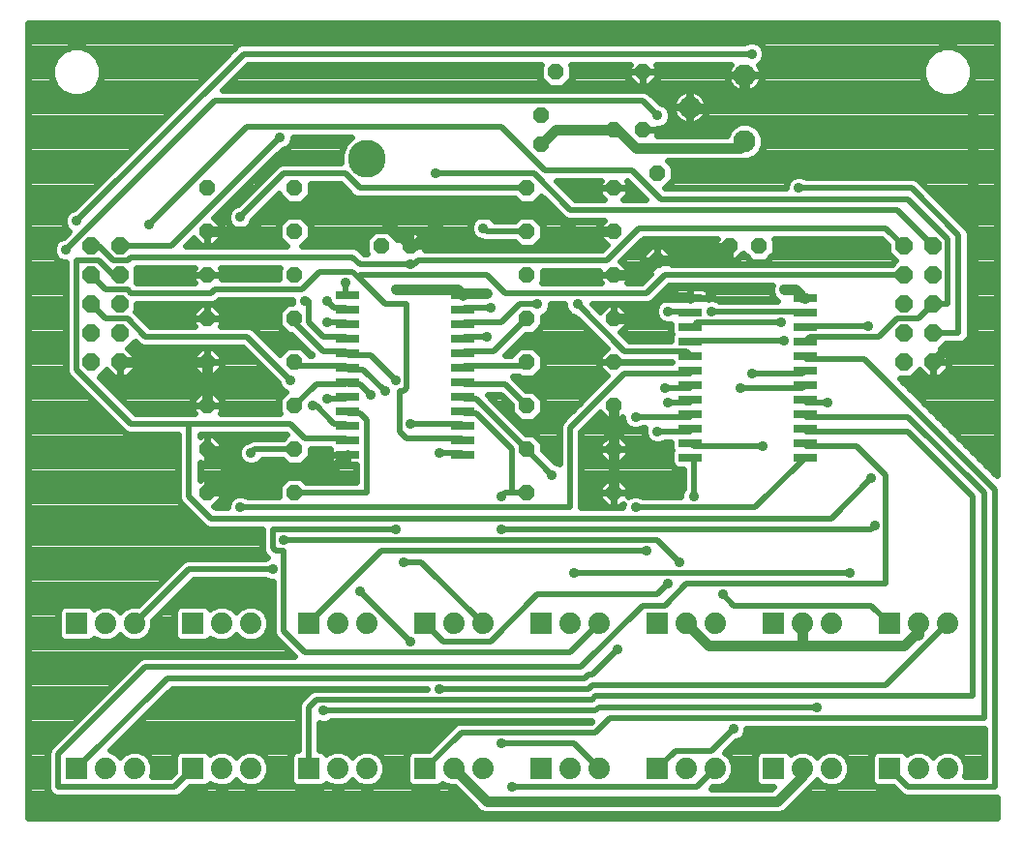
<source format=gtl>
G75*
%MOIN*%
%OFA0B0*%
%FSLAX25Y25*%
%IPPOS*%
%LPD*%
%AMOC8*
5,1,8,0,0,1.08239X$1,22.5*
%
%ADD10C,0.13000*%
%ADD11OC8,0.06000*%
%ADD12OC8,0.05600*%
%ADD13R,0.07400X0.07400*%
%ADD14C,0.07400*%
%ADD15C,0.07677*%
%ADD16R,0.08000X0.02600*%
%ADD17C,0.03500*%
%ADD18C,0.03500*%
%ADD19C,0.02400*%
%ADD20C,0.02000*%
D10*
X0122200Y0241000D03*
D11*
X0037200Y0211000D03*
X0037200Y0201000D03*
X0037200Y0191000D03*
X0037200Y0181000D03*
X0027200Y0181000D03*
X0027200Y0191000D03*
X0027200Y0201000D03*
X0027200Y0211000D03*
X0027200Y0171000D03*
X0037200Y0171000D03*
X0307200Y0171000D03*
X0317200Y0171000D03*
X0317200Y0181000D03*
X0317200Y0191000D03*
X0317200Y0201000D03*
X0317200Y0211000D03*
X0307200Y0211000D03*
X0307200Y0201000D03*
X0307200Y0191000D03*
X0307200Y0181000D03*
D12*
X0257200Y0211000D03*
X0247200Y0211000D03*
X0222200Y0206000D03*
X0207200Y0201000D03*
X0207200Y0186000D03*
X0207200Y0171000D03*
X0207200Y0156000D03*
X0207200Y0141000D03*
X0207200Y0126000D03*
X0177200Y0126000D03*
X0177200Y0141000D03*
X0177200Y0156000D03*
X0177200Y0171000D03*
X0177200Y0186000D03*
X0177200Y0201000D03*
X0177200Y0216000D03*
X0177200Y0231000D03*
X0182200Y0246000D03*
X0182200Y0256000D03*
X0187200Y0271000D03*
X0207200Y0251000D03*
X0217200Y0251000D03*
X0222200Y0236000D03*
X0207200Y0231000D03*
X0207200Y0216000D03*
X0217200Y0271000D03*
X0137200Y0211000D03*
X0127200Y0211000D03*
X0097200Y0216000D03*
X0097200Y0201000D03*
X0097200Y0186000D03*
X0097200Y0171000D03*
X0097200Y0156000D03*
X0097200Y0141000D03*
X0097200Y0126000D03*
X0067200Y0126000D03*
X0067200Y0141000D03*
X0067200Y0156000D03*
X0067200Y0171000D03*
X0067200Y0186000D03*
X0067200Y0201000D03*
X0067200Y0216000D03*
X0067200Y0231000D03*
X0097200Y0231000D03*
D13*
X0102200Y0081000D03*
X0062200Y0081000D03*
X0022200Y0081000D03*
X0022200Y0031000D03*
X0062200Y0031000D03*
X0102200Y0031000D03*
X0142200Y0031000D03*
X0182200Y0031000D03*
X0222200Y0031000D03*
X0262200Y0031000D03*
X0302200Y0031000D03*
X0302200Y0081000D03*
X0262200Y0081000D03*
X0222200Y0081000D03*
X0182200Y0081000D03*
X0142200Y0081000D03*
D14*
X0152200Y0081000D03*
X0162200Y0081000D03*
X0192200Y0081000D03*
X0202200Y0081000D03*
X0232200Y0081000D03*
X0242200Y0081000D03*
X0272200Y0081000D03*
X0282200Y0081000D03*
X0312200Y0081000D03*
X0322200Y0081000D03*
X0322200Y0031000D03*
X0312200Y0031000D03*
X0282200Y0031000D03*
X0272200Y0031000D03*
X0242200Y0031000D03*
X0232200Y0031000D03*
X0202200Y0031000D03*
X0192200Y0031000D03*
X0162200Y0031000D03*
X0152200Y0031000D03*
X0122200Y0031000D03*
X0112200Y0031000D03*
X0082200Y0031000D03*
X0072200Y0031000D03*
X0042200Y0031000D03*
X0032200Y0031000D03*
X0032200Y0081000D03*
X0042200Y0081000D03*
X0072200Y0081000D03*
X0082200Y0081000D03*
X0112200Y0081000D03*
X0122200Y0081000D03*
D15*
X0252200Y0247063D03*
X0233302Y0258874D03*
X0252200Y0269898D03*
D16*
X0233620Y0193185D03*
X0233620Y0188185D03*
X0233620Y0183185D03*
X0233620Y0178185D03*
X0233620Y0173185D03*
X0233620Y0168185D03*
X0233620Y0163185D03*
X0233620Y0158185D03*
X0233620Y0153185D03*
X0233620Y0148185D03*
X0233620Y0143185D03*
X0233620Y0138185D03*
X0273220Y0138185D03*
X0273220Y0143185D03*
X0273220Y0148185D03*
X0273220Y0153185D03*
X0273220Y0158185D03*
X0273220Y0163185D03*
X0273220Y0168185D03*
X0273220Y0173185D03*
X0273220Y0178185D03*
X0273220Y0183185D03*
X0273220Y0188185D03*
X0273220Y0193185D03*
X0155110Y0194130D03*
X0155110Y0189130D03*
X0155110Y0184130D03*
X0155110Y0179130D03*
X0155110Y0174130D03*
X0155110Y0169130D03*
X0155110Y0164130D03*
X0155110Y0159130D03*
X0155110Y0154130D03*
X0155110Y0149130D03*
X0155110Y0144130D03*
X0155110Y0139130D03*
X0115510Y0139130D03*
X0115510Y0144130D03*
X0115510Y0149130D03*
X0115510Y0154130D03*
X0115510Y0159130D03*
X0115510Y0164130D03*
X0115510Y0169130D03*
X0115510Y0174130D03*
X0115510Y0179130D03*
X0115510Y0184130D03*
X0115510Y0189130D03*
X0115510Y0194130D03*
D17*
X0132200Y0196000D02*
X0153450Y0196000D01*
X0154700Y0194750D01*
X0155110Y0194130D01*
X0155950Y0194750D01*
X0163450Y0194750D01*
X0138450Y0211000D02*
X0137200Y0211000D01*
X0125950Y0222250D01*
X0087200Y0222250D01*
X0080950Y0216000D01*
X0067200Y0216000D01*
X0067200Y0171000D02*
X0037200Y0171000D01*
X0067200Y0171000D02*
X0067200Y0156000D01*
X0067200Y0141000D02*
X0073450Y0134750D01*
X0074700Y0134750D01*
X0074700Y0133500D01*
X0067200Y0126000D01*
X0074700Y0134750D02*
X0110950Y0134750D01*
X0114700Y0138500D01*
X0115510Y0139130D01*
X0138450Y0211000D02*
X0149700Y0222250D01*
X0187200Y0222250D01*
X0193450Y0216000D01*
X0207200Y0216000D01*
X0222200Y0206000D02*
X0242200Y0206000D01*
X0247200Y0211000D01*
X0233450Y0193500D02*
X0233620Y0193185D01*
X0233450Y0193500D02*
X0223450Y0193500D01*
X0215950Y0186000D01*
X0207200Y0186000D01*
X0207200Y0201000D02*
X0217200Y0201000D01*
X0222200Y0206000D01*
X0214700Y0244750D02*
X0250950Y0244750D01*
X0252200Y0246000D01*
X0252200Y0247063D01*
X0252200Y0258500D02*
X0252200Y0269898D01*
X0252200Y0258500D02*
X0330950Y0258500D01*
X0330950Y0179750D01*
X0327200Y0176000D01*
X0322200Y0176000D01*
X0317200Y0171000D01*
X0273220Y0193185D02*
X0272200Y0193500D01*
X0269700Y0196000D01*
X0265950Y0196000D01*
X0214700Y0244750D02*
X0208450Y0251000D01*
X0207200Y0251000D01*
X0187200Y0251000D01*
X0182200Y0246000D01*
X0233302Y0258874D02*
X0233450Y0258500D01*
X0252200Y0258500D01*
X0207200Y0156000D02*
X0207200Y0141000D01*
X0207200Y0126000D01*
X0232200Y0081000D02*
X0239700Y0073500D01*
X0272200Y0073500D01*
X0307200Y0073500D01*
X0310950Y0077250D01*
X0312200Y0077250D01*
X0312200Y0081000D01*
X0272200Y0081000D02*
X0272200Y0073500D01*
X0272200Y0031000D02*
X0272200Y0028500D01*
X0263450Y0019750D01*
X0163450Y0019750D01*
X0152200Y0031000D01*
D18*
X0168450Y0039750D03*
X0172200Y0024750D03*
X0147200Y0058500D03*
X0137200Y0074750D03*
X0119700Y0092250D03*
X0134700Y0102250D03*
X0132200Y0113500D03*
X0147200Y0139750D03*
X0137200Y0149750D03*
X0128450Y0161000D03*
X0132200Y0164750D03*
X0123450Y0159750D03*
X0108450Y0158500D03*
X0103450Y0156000D03*
X0095950Y0164750D03*
X0108450Y0184750D03*
X0108450Y0192250D03*
X0100950Y0192250D03*
X0114700Y0198500D03*
X0132200Y0196000D03*
X0137200Y0204750D03*
X0162200Y0217250D03*
X0163450Y0194750D03*
X0164700Y0189750D03*
X0163450Y0179750D03*
X0180950Y0191000D03*
X0194700Y0191000D03*
X0225950Y0188500D03*
X0240950Y0188500D03*
X0264700Y0184750D03*
X0265950Y0178500D03*
X0254700Y0167250D03*
X0250950Y0162250D03*
X0258450Y0142250D03*
X0280950Y0157250D03*
X0294700Y0183500D03*
X0265950Y0196000D03*
X0270950Y0231000D03*
X0222200Y0256000D03*
X0254700Y0277250D03*
X0145950Y0236000D03*
X0092200Y0248500D03*
X0078450Y0221000D03*
X0047200Y0218500D03*
X0022200Y0219750D03*
X0018450Y0209750D03*
X0082200Y0139750D03*
X0078450Y0121000D03*
X0093450Y0109750D03*
X0089700Y0099750D03*
X0107200Y0051000D03*
X0168450Y0113500D03*
X0168450Y0124750D03*
X0185950Y0132250D03*
X0214700Y0121000D03*
X0218450Y0106000D03*
X0229700Y0102250D03*
X0225950Y0094750D03*
X0244700Y0091000D03*
X0234700Y0124750D03*
X0222200Y0147250D03*
X0214700Y0152250D03*
X0225950Y0157250D03*
X0224700Y0162250D03*
X0295950Y0131000D03*
X0297200Y0114750D03*
X0288450Y0098500D03*
X0277200Y0052250D03*
X0248450Y0044750D03*
X0208450Y0072250D03*
X0193450Y0098500D03*
D19*
X0005400Y0014200D02*
X0005400Y0287800D01*
X0339000Y0287800D01*
X0339000Y0131933D01*
X0305633Y0165300D01*
X0309561Y0165300D01*
X0312554Y0168293D01*
X0315046Y0165800D01*
X0317200Y0165800D01*
X0319354Y0165800D01*
X0322400Y0168846D01*
X0322400Y0171000D01*
X0322400Y0173154D01*
X0319907Y0175646D01*
X0321561Y0177300D01*
X0326686Y0177300D01*
X0328046Y0177863D01*
X0329087Y0178904D01*
X0329650Y0180264D01*
X0329650Y0215486D01*
X0329087Y0216846D01*
X0328046Y0217887D01*
X0311796Y0234137D01*
X0310436Y0234700D01*
X0273543Y0234700D01*
X0273471Y0234773D01*
X0271835Y0235450D01*
X0270065Y0235450D01*
X0268429Y0234773D01*
X0267177Y0233521D01*
X0266500Y0231885D01*
X0266500Y0230950D01*
X0224983Y0230950D01*
X0224955Y0230977D01*
X0227700Y0233722D01*
X0227700Y0238278D01*
X0225678Y0240300D01*
X0251835Y0240300D01*
X0252377Y0240524D01*
X0253501Y0240524D01*
X0255904Y0241520D01*
X0257743Y0243359D01*
X0258739Y0245762D01*
X0258739Y0248364D01*
X0257743Y0250767D01*
X0255904Y0252606D01*
X0253501Y0253602D01*
X0250899Y0253602D01*
X0248496Y0252606D01*
X0246657Y0250767D01*
X0246008Y0249200D01*
X0222200Y0249200D01*
X0222200Y0251000D01*
X0222200Y0251550D01*
X0223085Y0251550D01*
X0224721Y0252227D01*
X0225973Y0253479D01*
X0226650Y0255115D01*
X0226650Y0256885D01*
X0225973Y0258521D01*
X0224721Y0259773D01*
X0223085Y0260450D01*
X0222983Y0260450D01*
X0220337Y0263096D01*
X0219296Y0264137D01*
X0217936Y0264700D01*
X0072383Y0264700D01*
X0081233Y0273550D01*
X0181972Y0273550D01*
X0181700Y0273278D01*
X0181700Y0268722D01*
X0184922Y0265500D01*
X0189478Y0265500D01*
X0192700Y0268722D01*
X0192700Y0273278D01*
X0192428Y0273550D01*
X0212679Y0273550D01*
X0212200Y0273071D01*
X0212200Y0271000D01*
X0217200Y0271000D01*
X0222200Y0271000D01*
X0222200Y0273071D01*
X0221721Y0273550D01*
X0247390Y0273550D01*
X0247035Y0273063D01*
X0246604Y0272216D01*
X0246310Y0271312D01*
X0246161Y0270373D01*
X0246161Y0269977D01*
X0252120Y0269977D01*
X0252120Y0269818D01*
X0246161Y0269818D01*
X0246161Y0269422D01*
X0246310Y0268484D01*
X0246604Y0267580D01*
X0247035Y0266733D01*
X0247594Y0265964D01*
X0248266Y0265292D01*
X0249035Y0264733D01*
X0249882Y0264301D01*
X0250786Y0264008D01*
X0251725Y0263859D01*
X0252120Y0263859D01*
X0252120Y0269818D01*
X0252280Y0269818D01*
X0252280Y0269977D01*
X0258239Y0269977D01*
X0258239Y0270373D01*
X0258090Y0271312D01*
X0257796Y0272216D01*
X0257365Y0273063D01*
X0257100Y0273427D01*
X0257221Y0273477D01*
X0258473Y0274729D01*
X0259150Y0276365D01*
X0259150Y0278135D01*
X0258473Y0279771D01*
X0257221Y0281023D01*
X0255585Y0281700D01*
X0253815Y0281700D01*
X0252179Y0281023D01*
X0252107Y0280950D01*
X0078964Y0280950D01*
X0077604Y0280387D01*
X0076563Y0279346D01*
X0021417Y0224200D01*
X0021315Y0224200D01*
X0019679Y0223523D01*
X0018427Y0222271D01*
X0017750Y0220635D01*
X0017750Y0218865D01*
X0018427Y0217229D01*
X0019562Y0216095D01*
X0017667Y0214200D01*
X0017565Y0214200D01*
X0015929Y0213523D01*
X0014677Y0212271D01*
X0014000Y0210635D01*
X0014000Y0208865D01*
X0014677Y0207229D01*
X0015929Y0205977D01*
X0017565Y0205300D01*
X0018500Y0205300D01*
X0018500Y0167764D01*
X0019063Y0166404D01*
X0020104Y0165363D01*
X0038854Y0146613D01*
X0040214Y0146050D01*
X0057250Y0146050D01*
X0057250Y0124014D01*
X0057813Y0122654D01*
X0058854Y0121613D01*
X0066354Y0114113D01*
X0067714Y0113550D01*
X0086000Y0113550D01*
X0086000Y0106514D01*
X0086563Y0105154D01*
X0087604Y0104113D01*
X0087897Y0103820D01*
X0087179Y0103523D01*
X0087107Y0103450D01*
X0060214Y0103450D01*
X0058854Y0102887D01*
X0057813Y0101846D01*
X0043367Y0087400D01*
X0040927Y0087400D01*
X0038575Y0086426D01*
X0037200Y0085051D01*
X0035825Y0086426D01*
X0033473Y0087400D01*
X0030927Y0087400D01*
X0028575Y0086426D01*
X0028244Y0086095D01*
X0028189Y0086229D01*
X0027429Y0086989D01*
X0026437Y0087400D01*
X0017963Y0087400D01*
X0016971Y0086989D01*
X0016211Y0086229D01*
X0015800Y0085237D01*
X0015800Y0076763D01*
X0016211Y0075771D01*
X0016971Y0075011D01*
X0017963Y0074600D01*
X0026437Y0074600D01*
X0027429Y0075011D01*
X0028189Y0075771D01*
X0028244Y0075905D01*
X0028575Y0075574D01*
X0030927Y0074600D01*
X0033473Y0074600D01*
X0035825Y0075574D01*
X0037200Y0076949D01*
X0038575Y0075574D01*
X0040927Y0074600D01*
X0043473Y0074600D01*
X0045825Y0075574D01*
X0047626Y0077375D01*
X0048600Y0079727D01*
X0048600Y0082167D01*
X0062483Y0096050D01*
X0087107Y0096050D01*
X0087179Y0095977D01*
X0088815Y0095300D01*
X0089750Y0095300D01*
X0089750Y0077764D01*
X0090313Y0076404D01*
X0091354Y0075363D01*
X0091354Y0075363D01*
X0097017Y0069700D01*
X0045214Y0069700D01*
X0043854Y0069137D01*
X0013854Y0039137D01*
X0012813Y0038096D01*
X0012250Y0036736D01*
X0012250Y0024014D01*
X0012813Y0022654D01*
X0013854Y0021613D01*
X0015214Y0021050D01*
X0056686Y0021050D01*
X0058046Y0021613D01*
X0061033Y0024600D01*
X0066437Y0024600D01*
X0067429Y0025011D01*
X0068189Y0025771D01*
X0068244Y0025905D01*
X0068575Y0025574D01*
X0070927Y0024600D01*
X0073473Y0024600D01*
X0075825Y0025574D01*
X0077200Y0026949D01*
X0078575Y0025574D01*
X0080927Y0024600D01*
X0083473Y0024600D01*
X0085825Y0025574D01*
X0087626Y0027375D01*
X0088600Y0029727D01*
X0088600Y0032273D01*
X0087626Y0034625D01*
X0085825Y0036426D01*
X0083473Y0037400D01*
X0080927Y0037400D01*
X0078575Y0036426D01*
X0077200Y0035051D01*
X0075825Y0036426D01*
X0073473Y0037400D01*
X0070927Y0037400D01*
X0068575Y0036426D01*
X0068244Y0036095D01*
X0068189Y0036229D01*
X0067429Y0036989D01*
X0066437Y0037400D01*
X0057963Y0037400D01*
X0056971Y0036989D01*
X0056211Y0036229D01*
X0055800Y0035237D01*
X0055800Y0029833D01*
X0054417Y0028450D01*
X0048071Y0028450D01*
X0048600Y0029727D01*
X0048600Y0032273D01*
X0047626Y0034625D01*
X0045825Y0036426D01*
X0043473Y0037400D01*
X0040927Y0037400D01*
X0038575Y0036426D01*
X0037200Y0035051D01*
X0035825Y0036426D01*
X0033727Y0037295D01*
X0054983Y0058550D01*
X0142750Y0058550D01*
X0142750Y0058450D01*
X0103964Y0058450D01*
X0102604Y0057887D01*
X0100104Y0055387D01*
X0099063Y0054346D01*
X0098500Y0052986D01*
X0098500Y0037400D01*
X0097963Y0037400D01*
X0096971Y0036989D01*
X0096211Y0036229D01*
X0095800Y0035237D01*
X0095800Y0026763D01*
X0096211Y0025771D01*
X0096971Y0025011D01*
X0097963Y0024600D01*
X0106437Y0024600D01*
X0107429Y0025011D01*
X0108189Y0025771D01*
X0108244Y0025905D01*
X0108575Y0025574D01*
X0110927Y0024600D01*
X0113473Y0024600D01*
X0115825Y0025574D01*
X0117200Y0026949D01*
X0118575Y0025574D01*
X0120927Y0024600D01*
X0123473Y0024600D01*
X0125825Y0025574D01*
X0127626Y0027375D01*
X0128600Y0029727D01*
X0128600Y0032273D01*
X0127626Y0034625D01*
X0125825Y0036426D01*
X0123473Y0037400D01*
X0120927Y0037400D01*
X0118575Y0036426D01*
X0117200Y0035051D01*
X0115825Y0036426D01*
X0113473Y0037400D01*
X0110927Y0037400D01*
X0108575Y0036426D01*
X0108244Y0036095D01*
X0108189Y0036229D01*
X0107429Y0036989D01*
X0106437Y0037400D01*
X0105900Y0037400D01*
X0105900Y0046722D01*
X0106315Y0046550D01*
X0108085Y0046550D01*
X0109721Y0047227D01*
X0109793Y0047300D01*
X0199517Y0047300D01*
X0199417Y0047200D01*
X0153964Y0047200D01*
X0152604Y0046637D01*
X0143367Y0037400D01*
X0137963Y0037400D01*
X0136971Y0036989D01*
X0136211Y0036229D01*
X0135800Y0035237D01*
X0135800Y0026763D01*
X0136211Y0025771D01*
X0136971Y0025011D01*
X0137963Y0024600D01*
X0146437Y0024600D01*
X0147429Y0025011D01*
X0148189Y0025771D01*
X0148244Y0025905D01*
X0148575Y0025574D01*
X0150927Y0024600D01*
X0152307Y0024600D01*
X0159677Y0017229D01*
X0160929Y0015977D01*
X0162565Y0015300D01*
X0264335Y0015300D01*
X0265971Y0015977D01*
X0274721Y0024727D01*
X0275385Y0025392D01*
X0275825Y0025574D01*
X0277200Y0026949D01*
X0278575Y0025574D01*
X0280927Y0024600D01*
X0283473Y0024600D01*
X0285825Y0025574D01*
X0287626Y0027375D01*
X0288600Y0029727D01*
X0288600Y0032273D01*
X0287626Y0034625D01*
X0285825Y0036426D01*
X0283473Y0037400D01*
X0280927Y0037400D01*
X0278575Y0036426D01*
X0277200Y0035051D01*
X0275825Y0036426D01*
X0273473Y0037400D01*
X0270927Y0037400D01*
X0268575Y0036426D01*
X0268244Y0036095D01*
X0268189Y0036229D01*
X0267429Y0036989D01*
X0266437Y0037400D01*
X0257963Y0037400D01*
X0256971Y0036989D01*
X0256211Y0036229D01*
X0255800Y0035237D01*
X0255800Y0026763D01*
X0256211Y0025771D01*
X0256971Y0025011D01*
X0257963Y0024600D01*
X0262007Y0024600D01*
X0261607Y0024200D01*
X0240633Y0024200D01*
X0241033Y0024600D01*
X0243473Y0024600D01*
X0245825Y0025574D01*
X0247626Y0027375D01*
X0248600Y0029727D01*
X0248600Y0032273D01*
X0247626Y0034625D01*
X0245825Y0036426D01*
X0245495Y0036562D01*
X0249233Y0040300D01*
X0249335Y0040300D01*
X0250971Y0040977D01*
X0252223Y0042229D01*
X0252900Y0043865D01*
X0252900Y0044800D01*
X0334750Y0044800D01*
X0334750Y0028450D01*
X0328071Y0028450D01*
X0328600Y0029727D01*
X0328600Y0032273D01*
X0327626Y0034625D01*
X0325825Y0036426D01*
X0323473Y0037400D01*
X0320927Y0037400D01*
X0318575Y0036426D01*
X0317200Y0035051D01*
X0315825Y0036426D01*
X0313473Y0037400D01*
X0310927Y0037400D01*
X0308575Y0036426D01*
X0308244Y0036095D01*
X0308189Y0036229D01*
X0307429Y0036989D01*
X0306437Y0037400D01*
X0297963Y0037400D01*
X0296971Y0036989D01*
X0296211Y0036229D01*
X0295800Y0035237D01*
X0295800Y0026763D01*
X0296211Y0025771D01*
X0296971Y0025011D01*
X0297963Y0024600D01*
X0303367Y0024600D01*
X0306354Y0021613D01*
X0307714Y0021050D01*
X0339000Y0021050D01*
X0339000Y0014200D01*
X0005400Y0014200D01*
X0005400Y0015391D02*
X0162345Y0015391D01*
X0159117Y0017790D02*
X0005400Y0017790D01*
X0005400Y0020188D02*
X0156719Y0020188D01*
X0154320Y0022587D02*
X0059019Y0022587D01*
X0055750Y0029782D02*
X0048600Y0029782D01*
X0048600Y0032181D02*
X0055800Y0032181D01*
X0055800Y0034579D02*
X0047645Y0034579D01*
X0044493Y0036978D02*
X0056959Y0036978D01*
X0067441Y0036978D02*
X0069907Y0036978D01*
X0074493Y0036978D02*
X0079907Y0036978D01*
X0084493Y0036978D02*
X0096959Y0036978D01*
X0095800Y0034579D02*
X0087645Y0034579D01*
X0088600Y0032181D02*
X0095800Y0032181D01*
X0095800Y0029782D02*
X0088600Y0029782D01*
X0087629Y0027384D02*
X0095800Y0027384D01*
X0097033Y0024985D02*
X0084403Y0024985D01*
X0079997Y0024985D02*
X0074403Y0024985D01*
X0069997Y0024985D02*
X0067367Y0024985D01*
X0043004Y0046572D02*
X0098500Y0046572D01*
X0098500Y0048970D02*
X0045403Y0048970D01*
X0047801Y0051369D02*
X0098500Y0051369D01*
X0098824Y0053767D02*
X0050200Y0053767D01*
X0052598Y0056166D02*
X0100883Y0056166D01*
X0105900Y0046572D02*
X0106262Y0046572D01*
X0108138Y0046572D02*
X0152539Y0046572D01*
X0150141Y0044173D02*
X0105900Y0044173D01*
X0105900Y0041775D02*
X0147742Y0041775D01*
X0145344Y0039376D02*
X0105900Y0039376D01*
X0107441Y0036978D02*
X0109907Y0036978D01*
X0114493Y0036978D02*
X0119907Y0036978D01*
X0124493Y0036978D02*
X0136959Y0036978D01*
X0135800Y0034579D02*
X0127645Y0034579D01*
X0128600Y0032181D02*
X0135800Y0032181D01*
X0135800Y0029782D02*
X0128600Y0029782D01*
X0127629Y0027384D02*
X0135800Y0027384D01*
X0137033Y0024985D02*
X0124403Y0024985D01*
X0119997Y0024985D02*
X0114403Y0024985D01*
X0109997Y0024985D02*
X0107367Y0024985D01*
X0098500Y0039376D02*
X0035809Y0039376D01*
X0034493Y0036978D02*
X0039907Y0036978D01*
X0038207Y0041775D02*
X0098500Y0041775D01*
X0098500Y0044173D02*
X0040606Y0044173D01*
X0028485Y0053767D02*
X0005400Y0053767D01*
X0005400Y0051369D02*
X0026086Y0051369D01*
X0023688Y0048970D02*
X0005400Y0048970D01*
X0005400Y0046572D02*
X0021289Y0046572D01*
X0018891Y0044173D02*
X0005400Y0044173D01*
X0005400Y0041775D02*
X0016492Y0041775D01*
X0014094Y0039376D02*
X0005400Y0039376D01*
X0005400Y0036978D02*
X0012350Y0036978D01*
X0012250Y0034579D02*
X0005400Y0034579D01*
X0005400Y0032181D02*
X0012250Y0032181D01*
X0012250Y0029782D02*
X0005400Y0029782D01*
X0005400Y0027384D02*
X0012250Y0027384D01*
X0012250Y0024985D02*
X0005400Y0024985D01*
X0005400Y0022587D02*
X0012881Y0022587D01*
X0005400Y0056166D02*
X0030883Y0056166D01*
X0033282Y0058564D02*
X0005400Y0058564D01*
X0005400Y0060963D02*
X0035680Y0060963D01*
X0038079Y0063361D02*
X0005400Y0063361D01*
X0005400Y0065760D02*
X0040477Y0065760D01*
X0042876Y0068158D02*
X0005400Y0068158D01*
X0005400Y0070557D02*
X0096161Y0070557D01*
X0093762Y0072955D02*
X0005400Y0072955D01*
X0005400Y0075354D02*
X0016628Y0075354D01*
X0015800Y0077752D02*
X0005400Y0077752D01*
X0005400Y0080151D02*
X0015800Y0080151D01*
X0015800Y0082549D02*
X0005400Y0082549D01*
X0005400Y0084948D02*
X0015800Y0084948D01*
X0017834Y0087346D02*
X0005400Y0087346D01*
X0005400Y0089745D02*
X0045712Y0089745D01*
X0048111Y0092143D02*
X0005400Y0092143D01*
X0005400Y0094542D02*
X0050509Y0094542D01*
X0052908Y0096940D02*
X0005400Y0096940D01*
X0005400Y0099339D02*
X0055306Y0099339D01*
X0057705Y0101737D02*
X0005400Y0101737D01*
X0005400Y0104136D02*
X0087581Y0104136D01*
X0086000Y0106534D02*
X0005400Y0106534D01*
X0005400Y0108933D02*
X0086000Y0108933D01*
X0086000Y0111332D02*
X0005400Y0111332D01*
X0005400Y0113730D02*
X0067279Y0113730D01*
X0064339Y0116129D02*
X0005400Y0116129D01*
X0005400Y0118527D02*
X0061940Y0118527D01*
X0059542Y0120926D02*
X0005400Y0120926D01*
X0005400Y0123324D02*
X0057536Y0123324D01*
X0057250Y0125723D02*
X0005400Y0125723D01*
X0005400Y0128121D02*
X0057250Y0128121D01*
X0057250Y0130520D02*
X0005400Y0130520D01*
X0005400Y0132918D02*
X0057250Y0132918D01*
X0057250Y0135317D02*
X0005400Y0135317D01*
X0005400Y0137715D02*
X0057250Y0137715D01*
X0057250Y0140114D02*
X0005400Y0140114D01*
X0005400Y0142512D02*
X0057250Y0142512D01*
X0057250Y0144911D02*
X0005400Y0144911D01*
X0005400Y0147309D02*
X0038158Y0147309D01*
X0035760Y0149708D02*
X0005400Y0149708D01*
X0005400Y0152106D02*
X0033361Y0152106D01*
X0030963Y0154505D02*
X0005400Y0154505D01*
X0005400Y0156903D02*
X0028564Y0156903D01*
X0026166Y0159302D02*
X0005400Y0159302D01*
X0005400Y0161700D02*
X0023767Y0161700D01*
X0021369Y0164099D02*
X0005400Y0164099D01*
X0005400Y0166497D02*
X0019025Y0166497D01*
X0018500Y0168896D02*
X0005400Y0168896D01*
X0005400Y0171294D02*
X0018500Y0171294D01*
X0018500Y0173693D02*
X0005400Y0173693D01*
X0005400Y0176091D02*
X0018500Y0176091D01*
X0018500Y0178490D02*
X0005400Y0178490D01*
X0005400Y0180888D02*
X0018500Y0180888D01*
X0018500Y0183287D02*
X0005400Y0183287D01*
X0005400Y0185685D02*
X0018500Y0185685D01*
X0018500Y0188084D02*
X0005400Y0188084D01*
X0005400Y0190482D02*
X0018500Y0190482D01*
X0018500Y0192881D02*
X0005400Y0192881D01*
X0005400Y0195279D02*
X0018500Y0195279D01*
X0018500Y0197678D02*
X0005400Y0197678D01*
X0005400Y0200076D02*
X0018500Y0200076D01*
X0018500Y0202475D02*
X0005400Y0202475D01*
X0005400Y0204873D02*
X0018500Y0204873D01*
X0014660Y0207272D02*
X0005400Y0207272D01*
X0005400Y0209670D02*
X0014000Y0209670D01*
X0014594Y0212069D02*
X0005400Y0212069D01*
X0005400Y0214468D02*
X0017935Y0214468D01*
X0018791Y0216866D02*
X0005400Y0216866D01*
X0005400Y0219265D02*
X0017750Y0219265D01*
X0018176Y0221663D02*
X0005400Y0221663D01*
X0005400Y0224062D02*
X0020981Y0224062D01*
X0023677Y0226460D02*
X0005400Y0226460D01*
X0005400Y0228859D02*
X0026076Y0228859D01*
X0028474Y0231257D02*
X0005400Y0231257D01*
X0005400Y0233656D02*
X0030873Y0233656D01*
X0033272Y0236054D02*
X0005400Y0236054D01*
X0005400Y0238453D02*
X0035670Y0238453D01*
X0038069Y0240851D02*
X0005400Y0240851D01*
X0005400Y0243250D02*
X0040467Y0243250D01*
X0042866Y0245648D02*
X0005400Y0245648D01*
X0005400Y0248047D02*
X0045264Y0248047D01*
X0047663Y0250445D02*
X0005400Y0250445D01*
X0005400Y0252844D02*
X0050061Y0252844D01*
X0052460Y0255242D02*
X0005400Y0255242D01*
X0005400Y0257641D02*
X0054858Y0257641D01*
X0057257Y0260039D02*
X0005400Y0260039D01*
X0005400Y0262438D02*
X0020139Y0262438D01*
X0020470Y0262301D02*
X0023930Y0262301D01*
X0027128Y0263625D01*
X0029575Y0266072D01*
X0030899Y0269270D01*
X0030899Y0272730D01*
X0029575Y0275928D01*
X0027128Y0278375D01*
X0023930Y0279699D01*
X0020470Y0279699D01*
X0017272Y0278375D01*
X0014825Y0275928D01*
X0013501Y0272730D01*
X0013501Y0269270D01*
X0014825Y0266072D01*
X0017272Y0263625D01*
X0020470Y0262301D01*
X0016061Y0264836D02*
X0005400Y0264836D01*
X0005400Y0267235D02*
X0014344Y0267235D01*
X0013501Y0269633D02*
X0005400Y0269633D01*
X0005400Y0272032D02*
X0013501Y0272032D01*
X0014205Y0274430D02*
X0005400Y0274430D01*
X0005400Y0276829D02*
X0015726Y0276829D01*
X0019330Y0279227D02*
X0005400Y0279227D01*
X0005400Y0281626D02*
X0253636Y0281626D01*
X0255764Y0281626D02*
X0339000Y0281626D01*
X0339000Y0284024D02*
X0005400Y0284024D01*
X0005400Y0286423D02*
X0339000Y0286423D01*
X0339000Y0279227D02*
X0325070Y0279227D01*
X0323930Y0279699D02*
X0320470Y0279699D01*
X0317272Y0278375D01*
X0314825Y0275928D01*
X0313501Y0272730D01*
X0313501Y0269270D01*
X0314825Y0266072D01*
X0317272Y0263625D01*
X0320470Y0262301D01*
X0323930Y0262301D01*
X0327128Y0263625D01*
X0329575Y0266072D01*
X0330899Y0269270D01*
X0330899Y0272730D01*
X0329575Y0275928D01*
X0327128Y0278375D01*
X0323930Y0279699D01*
X0328674Y0276829D02*
X0339000Y0276829D01*
X0339000Y0274430D02*
X0330195Y0274430D01*
X0330899Y0272032D02*
X0339000Y0272032D01*
X0339000Y0269633D02*
X0330899Y0269633D01*
X0330056Y0267235D02*
X0339000Y0267235D01*
X0339000Y0264836D02*
X0328339Y0264836D01*
X0324261Y0262438D02*
X0339000Y0262438D01*
X0339000Y0260039D02*
X0239232Y0260039D01*
X0239192Y0260288D02*
X0239341Y0259349D01*
X0239341Y0258954D01*
X0233382Y0258954D01*
X0233223Y0258954D01*
X0233223Y0264913D01*
X0232827Y0264913D01*
X0231888Y0264764D01*
X0230984Y0264470D01*
X0230137Y0264039D01*
X0229368Y0263480D01*
X0228696Y0262808D01*
X0228138Y0262039D01*
X0227706Y0261192D01*
X0227412Y0260288D01*
X0227264Y0259349D01*
X0227264Y0258954D01*
X0233223Y0258954D01*
X0233223Y0258794D01*
X0233382Y0258794D01*
X0233382Y0252835D01*
X0233778Y0252835D01*
X0234716Y0252984D01*
X0235620Y0253278D01*
X0236467Y0253709D01*
X0237236Y0254268D01*
X0237908Y0254940D01*
X0238467Y0255709D01*
X0238899Y0256556D01*
X0239192Y0257460D01*
X0239341Y0258399D01*
X0239341Y0258794D01*
X0233382Y0258794D01*
X0233382Y0258954D01*
X0233382Y0264913D01*
X0233778Y0264913D01*
X0234716Y0264764D01*
X0235620Y0264470D01*
X0236467Y0264039D01*
X0237236Y0263480D01*
X0237908Y0262808D01*
X0238467Y0262039D01*
X0238899Y0261192D01*
X0239192Y0260288D01*
X0238177Y0262438D02*
X0320139Y0262438D01*
X0316061Y0264836D02*
X0255507Y0264836D01*
X0255365Y0264733D02*
X0256134Y0265292D01*
X0256806Y0265964D01*
X0257365Y0266733D01*
X0257796Y0267580D01*
X0258090Y0268484D01*
X0258239Y0269422D01*
X0258239Y0269818D01*
X0252280Y0269818D01*
X0252280Y0263859D01*
X0252675Y0263859D01*
X0253614Y0264008D01*
X0254518Y0264301D01*
X0255365Y0264733D01*
X0252280Y0264836D02*
X0252120Y0264836D01*
X0252120Y0267235D02*
X0252280Y0267235D01*
X0252280Y0269633D02*
X0252120Y0269633D01*
X0257620Y0267235D02*
X0314344Y0267235D01*
X0313501Y0269633D02*
X0258239Y0269633D01*
X0257856Y0272032D02*
X0313501Y0272032D01*
X0314205Y0274430D02*
X0258174Y0274430D01*
X0259150Y0276829D02*
X0315726Y0276829D01*
X0319330Y0279227D02*
X0258698Y0279227D01*
X0246544Y0272032D02*
X0222200Y0272032D01*
X0222200Y0271000D02*
X0217200Y0271000D01*
X0217200Y0271000D01*
X0217200Y0266000D01*
X0219271Y0266000D01*
X0222200Y0268929D01*
X0222200Y0271000D01*
X0222200Y0269633D02*
X0246161Y0269633D01*
X0246780Y0267235D02*
X0220506Y0267235D01*
X0217200Y0267235D02*
X0217200Y0267235D01*
X0217200Y0266000D02*
X0215129Y0266000D01*
X0212200Y0268929D01*
X0212200Y0271000D01*
X0217200Y0271000D01*
X0217200Y0271000D01*
X0217200Y0271000D01*
X0217200Y0266000D01*
X0213894Y0267235D02*
X0191213Y0267235D01*
X0192700Y0269633D02*
X0212200Y0269633D01*
X0212200Y0272032D02*
X0192700Y0272032D01*
X0183187Y0267235D02*
X0074917Y0267235D01*
X0072519Y0264836D02*
X0232345Y0264836D01*
X0233223Y0264836D02*
X0233382Y0264836D01*
X0234260Y0264836D02*
X0248893Y0264836D01*
X0239221Y0257641D02*
X0339000Y0257641D01*
X0339000Y0255242D02*
X0238128Y0255242D01*
X0233382Y0255242D02*
X0233223Y0255242D01*
X0233223Y0252844D02*
X0233382Y0252844D01*
X0233223Y0252835D02*
X0233223Y0258794D01*
X0227264Y0258794D01*
X0227264Y0258399D01*
X0227412Y0257460D01*
X0227706Y0256556D01*
X0228138Y0255709D01*
X0228696Y0254940D01*
X0229368Y0254268D01*
X0230137Y0253709D01*
X0230984Y0253278D01*
X0231888Y0252984D01*
X0232827Y0252835D01*
X0233223Y0252835D01*
X0232775Y0252844D02*
X0225337Y0252844D01*
X0226650Y0255242D02*
X0228477Y0255242D01*
X0227384Y0257641D02*
X0226337Y0257641D01*
X0227373Y0260039D02*
X0224077Y0260039D01*
X0220995Y0262438D02*
X0228427Y0262438D01*
X0233223Y0262438D02*
X0233382Y0262438D01*
X0233382Y0260039D02*
X0233223Y0260039D01*
X0233223Y0257641D02*
X0233382Y0257641D01*
X0233830Y0252844D02*
X0249070Y0252844D01*
X0246524Y0250445D02*
X0222200Y0250445D01*
X0222200Y0251000D02*
X0217200Y0251000D01*
X0222200Y0251000D01*
X0217200Y0251000D02*
X0217200Y0251000D01*
X0227526Y0238453D02*
X0339000Y0238453D01*
X0339000Y0240851D02*
X0254289Y0240851D01*
X0257634Y0243250D02*
X0339000Y0243250D01*
X0339000Y0245648D02*
X0258691Y0245648D01*
X0258739Y0248047D02*
X0339000Y0248047D01*
X0339000Y0250445D02*
X0257876Y0250445D01*
X0255330Y0252844D02*
X0339000Y0252844D01*
X0339000Y0236054D02*
X0227700Y0236054D01*
X0227634Y0233656D02*
X0267312Y0233656D01*
X0266500Y0231257D02*
X0225235Y0231257D01*
X0218267Y0227200D02*
X0210471Y0227200D01*
X0212200Y0228929D01*
X0212200Y0231000D01*
X0212200Y0233071D01*
X0211721Y0233550D01*
X0211917Y0233550D01*
X0218267Y0227200D01*
X0216609Y0228859D02*
X0212130Y0228859D01*
X0212200Y0231000D02*
X0207200Y0231000D01*
X0212200Y0231000D01*
X0212200Y0231257D02*
X0214210Y0231257D01*
X0207200Y0231000D02*
X0207200Y0231000D01*
X0207200Y0231000D01*
X0202200Y0231000D01*
X0202200Y0233071D01*
X0202679Y0233550D01*
X0187383Y0233550D01*
X0193733Y0227200D01*
X0203929Y0227200D01*
X0202200Y0228929D01*
X0202200Y0231000D01*
X0207200Y0231000D01*
X0202200Y0231257D02*
X0189675Y0231257D01*
X0192074Y0228859D02*
X0202270Y0228859D01*
X0203929Y0219800D02*
X0191464Y0219800D01*
X0190104Y0220363D01*
X0182223Y0228245D01*
X0179478Y0225500D01*
X0174922Y0225500D01*
X0173122Y0227300D01*
X0118964Y0227300D01*
X0117604Y0227863D01*
X0116563Y0228904D01*
X0113167Y0232300D01*
X0102700Y0232300D01*
X0102700Y0228722D01*
X0099478Y0225500D01*
X0094922Y0225500D01*
X0091700Y0228722D01*
X0091700Y0229017D01*
X0082900Y0220217D01*
X0082900Y0220115D01*
X0082223Y0218479D01*
X0080971Y0217227D01*
X0079335Y0216550D01*
X0077565Y0216550D01*
X0075929Y0217227D01*
X0074677Y0218479D01*
X0074000Y0220115D01*
X0074000Y0221885D01*
X0074677Y0223521D01*
X0075929Y0224773D01*
X0077565Y0225450D01*
X0077667Y0225450D01*
X0090313Y0238096D01*
X0091354Y0239137D01*
X0092714Y0239700D01*
X0113000Y0239700D01*
X0113000Y0242830D01*
X0114401Y0246211D01*
X0116739Y0248550D01*
X0096650Y0248550D01*
X0096650Y0247615D01*
X0095973Y0245979D01*
X0094721Y0244727D01*
X0093085Y0244050D01*
X0092983Y0244050D01*
X0069602Y0220669D01*
X0072200Y0218071D01*
X0072200Y0216000D01*
X0067200Y0216000D01*
X0067200Y0216000D01*
X0072200Y0216000D01*
X0072200Y0213929D01*
X0069271Y0211000D01*
X0067200Y0211000D01*
X0067200Y0216000D01*
X0067200Y0216000D01*
X0067200Y0211000D01*
X0065129Y0211000D01*
X0062531Y0213598D01*
X0059883Y0210950D01*
X0094472Y0210950D01*
X0091700Y0213722D01*
X0091700Y0218278D01*
X0094922Y0221500D01*
X0099478Y0221500D01*
X0102700Y0218278D01*
X0102700Y0213722D01*
X0099928Y0210950D01*
X0117936Y0210950D01*
X0119296Y0210387D01*
X0120337Y0209346D01*
X0121233Y0208450D01*
X0121972Y0208450D01*
X0121700Y0208722D01*
X0121700Y0213278D01*
X0124922Y0216500D01*
X0129478Y0216500D01*
X0132554Y0213425D01*
X0135129Y0216000D01*
X0137200Y0216000D01*
X0137200Y0211000D01*
X0137200Y0211000D01*
X0142200Y0211000D01*
X0142200Y0213071D01*
X0139271Y0216000D01*
X0137200Y0216000D01*
X0137200Y0211000D01*
X0137200Y0211000D01*
X0142200Y0211000D01*
X0142200Y0209700D01*
X0203167Y0209700D01*
X0204798Y0211331D01*
X0202200Y0213929D01*
X0202200Y0216000D01*
X0207200Y0216000D01*
X0207200Y0216000D01*
X0202200Y0216000D01*
X0202200Y0218071D01*
X0203929Y0219800D01*
X0203393Y0219265D02*
X0181714Y0219265D01*
X0182700Y0218278D02*
X0179478Y0221500D01*
X0174922Y0221500D01*
X0173122Y0219700D01*
X0166002Y0219700D01*
X0165973Y0219771D01*
X0164721Y0221023D01*
X0163085Y0221700D01*
X0161315Y0221700D01*
X0159679Y0221023D01*
X0158427Y0219771D01*
X0157750Y0218135D01*
X0157750Y0216365D01*
X0158427Y0214729D01*
X0159679Y0213477D01*
X0161315Y0212800D01*
X0161507Y0212800D01*
X0162714Y0212300D01*
X0173122Y0212300D01*
X0174922Y0210500D01*
X0179478Y0210500D01*
X0182700Y0213722D01*
X0182700Y0218278D01*
X0182700Y0216866D02*
X0202200Y0216866D01*
X0202200Y0214468D02*
X0182700Y0214468D01*
X0181047Y0212069D02*
X0204060Y0212069D01*
X0209602Y0205669D02*
X0217483Y0213550D01*
X0242679Y0213550D01*
X0242200Y0213071D01*
X0242200Y0211000D01*
X0247200Y0211000D01*
X0247200Y0206000D01*
X0249271Y0206000D01*
X0251846Y0208575D01*
X0254922Y0205500D01*
X0259478Y0205500D01*
X0262700Y0208722D01*
X0262700Y0213278D01*
X0262428Y0213550D01*
X0299417Y0213550D01*
X0301500Y0211467D01*
X0301500Y0208639D01*
X0304139Y0206000D01*
X0302839Y0204700D01*
X0227200Y0204700D01*
X0227200Y0206000D01*
X0227200Y0208071D01*
X0224271Y0211000D01*
X0222200Y0211000D01*
X0222200Y0206000D01*
X0222200Y0206000D01*
X0227200Y0206000D01*
X0222200Y0206000D01*
X0222200Y0206000D01*
X0222200Y0206000D01*
X0217200Y0206000D01*
X0217200Y0208071D01*
X0220129Y0211000D01*
X0222200Y0211000D01*
X0222200Y0206000D01*
X0217200Y0206000D01*
X0217200Y0203929D01*
X0219798Y0201331D01*
X0216917Y0198450D01*
X0211721Y0198450D01*
X0212200Y0198929D01*
X0212200Y0201000D01*
X0212200Y0203071D01*
X0209602Y0205669D01*
X0210398Y0204873D02*
X0217200Y0204873D01*
X0217200Y0207272D02*
X0211205Y0207272D01*
X0213603Y0209670D02*
X0218799Y0209670D01*
X0222200Y0209670D02*
X0222200Y0209670D01*
X0222200Y0207272D02*
X0222200Y0207272D01*
X0225601Y0209670D02*
X0242200Y0209670D01*
X0242200Y0208929D02*
X0245129Y0206000D01*
X0247200Y0206000D01*
X0247200Y0211000D01*
X0247200Y0211000D01*
X0247200Y0211000D01*
X0242200Y0211000D01*
X0242200Y0208929D01*
X0243857Y0207272D02*
X0227200Y0207272D01*
X0227200Y0204873D02*
X0303012Y0204873D01*
X0302867Y0207272D02*
X0261250Y0207272D01*
X0262700Y0209670D02*
X0301500Y0209670D01*
X0300898Y0212069D02*
X0262700Y0212069D01*
X0253150Y0207272D02*
X0250543Y0207272D01*
X0247200Y0207272D02*
X0247200Y0207272D01*
X0247200Y0209670D02*
X0247200Y0209670D01*
X0242200Y0212069D02*
X0216002Y0212069D01*
X0218654Y0202475D02*
X0212200Y0202475D01*
X0212200Y0201000D02*
X0207200Y0201000D01*
X0207200Y0201000D01*
X0212200Y0201000D01*
X0212200Y0200076D02*
X0218544Y0200076D01*
X0224212Y0195279D02*
X0227556Y0195279D01*
X0227570Y0195334D02*
X0227420Y0194775D01*
X0227420Y0193185D01*
X0227420Y0192708D01*
X0226835Y0192950D01*
X0225065Y0192950D01*
X0223429Y0192273D01*
X0222177Y0191021D01*
X0221500Y0189385D01*
X0221500Y0187615D01*
X0222177Y0185979D01*
X0223429Y0184727D01*
X0225065Y0184050D01*
X0226835Y0184050D01*
X0226920Y0184085D01*
X0226920Y0181348D01*
X0227195Y0180685D01*
X0226920Y0180022D01*
X0226920Y0178450D01*
X0212483Y0178450D01*
X0209602Y0181331D01*
X0212200Y0183929D01*
X0212200Y0186000D01*
X0212200Y0188071D01*
X0209271Y0191000D01*
X0207200Y0191000D01*
X0207200Y0186000D01*
X0212200Y0186000D01*
X0207200Y0186000D01*
X0207200Y0186000D01*
X0207200Y0186000D01*
X0207200Y0191000D01*
X0205129Y0191000D01*
X0202531Y0188402D01*
X0199883Y0191050D01*
X0219186Y0191050D01*
X0220546Y0191613D01*
X0221587Y0192654D01*
X0226233Y0197300D01*
X0261672Y0197300D01*
X0261500Y0196885D01*
X0261500Y0195115D01*
X0262177Y0193479D01*
X0263429Y0192227D01*
X0263496Y0192200D01*
X0243543Y0192200D01*
X0243471Y0192273D01*
X0241835Y0192950D01*
X0240065Y0192950D01*
X0239820Y0192849D01*
X0239820Y0193185D01*
X0239820Y0194775D01*
X0239671Y0195334D01*
X0239381Y0195836D01*
X0238971Y0196245D01*
X0238470Y0196535D01*
X0237910Y0196685D01*
X0233621Y0196685D01*
X0233621Y0193185D01*
X0239820Y0193185D01*
X0233621Y0193185D01*
X0233621Y0193185D01*
X0233620Y0193185D01*
X0227420Y0193185D01*
X0233620Y0193185D01*
X0233620Y0193185D01*
X0233620Y0196685D01*
X0229331Y0196685D01*
X0228771Y0196535D01*
X0228270Y0196245D01*
X0227860Y0195836D01*
X0227570Y0195334D01*
X0227420Y0192881D02*
X0227002Y0192881D01*
X0224898Y0192881D02*
X0221813Y0192881D01*
X0221954Y0190482D02*
X0209789Y0190482D01*
X0207200Y0190482D02*
X0207200Y0190482D01*
X0207200Y0188084D02*
X0207200Y0188084D01*
X0204611Y0190482D02*
X0200450Y0190482D01*
X0194782Y0185685D02*
X0182700Y0185685D01*
X0182700Y0186908D02*
X0182700Y0183722D01*
X0179478Y0180500D01*
X0176933Y0180500D01*
X0169883Y0173450D01*
X0171872Y0173450D01*
X0174922Y0176500D01*
X0179478Y0176500D01*
X0182700Y0173278D01*
X0182700Y0168722D01*
X0179478Y0165500D01*
X0174922Y0165500D01*
X0174372Y0166050D01*
X0172383Y0166050D01*
X0176933Y0161500D01*
X0179478Y0161500D01*
X0182700Y0158278D01*
X0182700Y0153722D01*
X0179478Y0150500D01*
X0174922Y0150500D01*
X0171700Y0153722D01*
X0171700Y0156267D01*
X0168167Y0159800D01*
X0163633Y0159800D01*
X0176933Y0146500D01*
X0179478Y0146500D01*
X0182700Y0143278D01*
X0182700Y0140733D01*
X0186733Y0136700D01*
X0186835Y0136700D01*
X0188471Y0136023D01*
X0188500Y0135993D01*
X0188500Y0149236D01*
X0189063Y0150596D01*
X0190104Y0151637D01*
X0204798Y0166331D01*
X0202200Y0168929D01*
X0202200Y0171000D01*
X0207200Y0171000D01*
X0212200Y0171000D01*
X0212200Y0171050D01*
X0227044Y0171050D01*
X0227085Y0170950D01*
X0212200Y0170950D01*
X0212200Y0171000D01*
X0207200Y0171000D01*
X0207200Y0171000D01*
X0207200Y0171000D01*
X0202200Y0171000D01*
X0202200Y0173071D01*
X0204798Y0175669D01*
X0193917Y0186550D01*
X0193815Y0186550D01*
X0192179Y0187227D01*
X0190927Y0188479D01*
X0190250Y0190115D01*
X0190250Y0191050D01*
X0185400Y0191050D01*
X0185400Y0190115D01*
X0184723Y0188479D01*
X0183471Y0187227D01*
X0182700Y0186908D01*
X0184327Y0188084D02*
X0191323Y0188084D01*
X0190250Y0190482D02*
X0185400Y0190482D01*
X0182428Y0198450D02*
X0182700Y0198722D01*
X0182700Y0202300D01*
X0202200Y0202300D01*
X0202200Y0201000D01*
X0207200Y0201000D01*
X0207200Y0201000D01*
X0202200Y0201000D01*
X0202200Y0198929D01*
X0202679Y0198450D01*
X0182428Y0198450D01*
X0182700Y0200076D02*
X0202200Y0200076D01*
X0212187Y0188084D02*
X0221500Y0188084D01*
X0222471Y0185685D02*
X0212200Y0185685D01*
X0211558Y0183287D02*
X0226920Y0183287D01*
X0227111Y0180888D02*
X0210044Y0180888D01*
X0212443Y0178490D02*
X0226920Y0178490D01*
X0233620Y0195279D02*
X0233621Y0195279D01*
X0239685Y0195279D02*
X0261500Y0195279D01*
X0262776Y0192881D02*
X0242002Y0192881D01*
X0239898Y0192881D02*
X0239820Y0192881D01*
X0204376Y0176091D02*
X0179887Y0176091D01*
X0182285Y0173693D02*
X0202822Y0173693D01*
X0202200Y0171294D02*
X0182700Y0171294D01*
X0182700Y0168896D02*
X0202233Y0168896D01*
X0204632Y0166497D02*
X0180475Y0166497D01*
X0176732Y0161700D02*
X0200168Y0161700D01*
X0202566Y0164099D02*
X0174334Y0164099D01*
X0168666Y0159302D02*
X0164131Y0159302D01*
X0166529Y0156903D02*
X0171064Y0156903D01*
X0171700Y0154505D02*
X0168928Y0154505D01*
X0171326Y0152106D02*
X0173316Y0152106D01*
X0173725Y0149708D02*
X0188695Y0149708D01*
X0188500Y0147309D02*
X0176123Y0147309D01*
X0181067Y0144911D02*
X0188500Y0144911D01*
X0188500Y0142512D02*
X0182700Y0142512D01*
X0183319Y0140114D02*
X0188500Y0140114D01*
X0188500Y0137715D02*
X0185717Y0137715D01*
X0195900Y0137715D02*
X0203414Y0137715D01*
X0202200Y0138929D02*
X0202200Y0141000D01*
X0207200Y0141000D01*
X0212200Y0141000D01*
X0212200Y0143071D01*
X0209271Y0146000D01*
X0207200Y0146000D01*
X0207200Y0141000D01*
X0207200Y0141000D01*
X0207200Y0141000D01*
X0212200Y0141000D01*
X0212200Y0138929D01*
X0209271Y0136000D01*
X0207200Y0136000D01*
X0207200Y0141000D01*
X0207200Y0141000D01*
X0207200Y0141000D01*
X0207200Y0146000D01*
X0205129Y0146000D01*
X0202200Y0143071D01*
X0202200Y0141000D01*
X0207200Y0141000D01*
X0207200Y0136000D01*
X0205129Y0136000D01*
X0202200Y0138929D01*
X0202200Y0140114D02*
X0195900Y0140114D01*
X0195900Y0142512D02*
X0202200Y0142512D01*
X0204040Y0144911D02*
X0195900Y0144911D01*
X0195900Y0146967D02*
X0202531Y0153598D01*
X0205129Y0151000D01*
X0207200Y0151000D01*
X0209271Y0151000D01*
X0210250Y0151979D01*
X0210250Y0151365D01*
X0210927Y0149729D01*
X0212179Y0148477D01*
X0213815Y0147800D01*
X0215585Y0147800D01*
X0217221Y0148477D01*
X0217293Y0148550D01*
X0217922Y0148550D01*
X0217750Y0148135D01*
X0217750Y0146365D01*
X0218427Y0144729D01*
X0219679Y0143477D01*
X0221315Y0142800D01*
X0223085Y0142800D01*
X0224721Y0143477D01*
X0224793Y0143550D01*
X0226920Y0143550D01*
X0226920Y0141348D01*
X0227195Y0140685D01*
X0226920Y0140022D01*
X0226920Y0136348D01*
X0227332Y0135356D01*
X0228091Y0134596D01*
X0229083Y0134185D01*
X0231000Y0134185D01*
X0231000Y0127343D01*
X0230927Y0127271D01*
X0230250Y0125635D01*
X0230250Y0124700D01*
X0217293Y0124700D01*
X0217221Y0124773D01*
X0215585Y0125450D01*
X0213815Y0125450D01*
X0212200Y0124781D01*
X0212200Y0126000D01*
X0212200Y0128071D01*
X0209271Y0131000D01*
X0207200Y0131000D01*
X0207200Y0126000D01*
X0212200Y0126000D01*
X0207200Y0126000D01*
X0207200Y0126000D01*
X0207200Y0126000D01*
X0207200Y0121000D01*
X0209271Y0121000D01*
X0210316Y0122045D01*
X0210250Y0121885D01*
X0210250Y0120950D01*
X0195900Y0120950D01*
X0195900Y0146967D01*
X0196242Y0147309D02*
X0217750Y0147309D01*
X0218352Y0144911D02*
X0210360Y0144911D01*
X0212200Y0142512D02*
X0226920Y0142512D01*
X0226958Y0140114D02*
X0212200Y0140114D01*
X0210986Y0137715D02*
X0226920Y0137715D01*
X0227370Y0135317D02*
X0195900Y0135317D01*
X0195900Y0132918D02*
X0231000Y0132918D01*
X0231000Y0130520D02*
X0209751Y0130520D01*
X0207200Y0130520D02*
X0207200Y0130520D01*
X0207200Y0131000D02*
X0205129Y0131000D01*
X0202200Y0128071D01*
X0202200Y0126000D01*
X0207200Y0126000D01*
X0207200Y0126000D01*
X0207200Y0126000D01*
X0207200Y0131000D01*
X0204649Y0130520D02*
X0195900Y0130520D01*
X0195900Y0128121D02*
X0202250Y0128121D01*
X0202200Y0126000D02*
X0202200Y0123929D01*
X0205129Y0121000D01*
X0207200Y0121000D01*
X0207200Y0126000D01*
X0202200Y0126000D01*
X0202200Y0125723D02*
X0195900Y0125723D01*
X0195900Y0123324D02*
X0202805Y0123324D01*
X0207200Y0123324D02*
X0207200Y0123324D01*
X0207200Y0125723D02*
X0207200Y0125723D01*
X0207200Y0128121D02*
X0207200Y0128121D01*
X0212150Y0128121D02*
X0231000Y0128121D01*
X0230286Y0125723D02*
X0212200Y0125723D01*
X0207200Y0137715D02*
X0207200Y0137715D01*
X0207200Y0140114D02*
X0207200Y0140114D01*
X0207200Y0142512D02*
X0207200Y0142512D01*
X0207200Y0144911D02*
X0207200Y0144911D01*
X0210949Y0149708D02*
X0198640Y0149708D01*
X0201039Y0152106D02*
X0204023Y0152106D01*
X0207200Y0152106D02*
X0207200Y0152106D01*
X0207200Y0151000D02*
X0207200Y0156000D01*
X0207200Y0151000D01*
X0207200Y0154505D02*
X0207200Y0154505D01*
X0207200Y0156000D02*
X0207200Y0156000D01*
X0197769Y0159302D02*
X0181676Y0159302D01*
X0182700Y0156903D02*
X0195371Y0156903D01*
X0192972Y0154505D02*
X0182700Y0154505D01*
X0181084Y0152106D02*
X0190574Y0152106D01*
X0172115Y0173693D02*
X0170125Y0173693D01*
X0172524Y0176091D02*
X0174513Y0176091D01*
X0174922Y0178490D02*
X0201978Y0178490D01*
X0199579Y0180888D02*
X0179867Y0180888D01*
X0182265Y0183287D02*
X0197181Y0183287D01*
X0173353Y0212069D02*
X0142200Y0212069D01*
X0140804Y0214468D02*
X0158689Y0214468D01*
X0157750Y0216866D02*
X0102700Y0216866D01*
X0102700Y0214468D02*
X0122889Y0214468D01*
X0121700Y0212069D02*
X0101047Y0212069D01*
X0101714Y0219265D02*
X0158218Y0219265D01*
X0161226Y0221663D02*
X0084346Y0221663D01*
X0082548Y0219265D02*
X0092686Y0219265D01*
X0091700Y0216866D02*
X0080098Y0216866D01*
X0076802Y0216866D02*
X0072200Y0216866D01*
X0072200Y0214468D02*
X0091700Y0214468D01*
X0093353Y0212069D02*
X0070340Y0212069D01*
X0067200Y0212069D02*
X0067200Y0212069D01*
X0067200Y0214468D02*
X0067200Y0214468D01*
X0064060Y0212069D02*
X0061002Y0212069D01*
X0062679Y0203550D02*
X0062200Y0203071D01*
X0062200Y0201000D01*
X0067200Y0201000D01*
X0072200Y0201000D01*
X0072200Y0203071D01*
X0071721Y0203550D01*
X0091972Y0203550D01*
X0091700Y0203278D01*
X0091700Y0199700D01*
X0072200Y0199700D01*
X0072200Y0201000D01*
X0067200Y0201000D01*
X0067200Y0201000D01*
X0067200Y0201000D01*
X0062200Y0201000D01*
X0062200Y0198929D01*
X0062679Y0198450D01*
X0042711Y0198450D01*
X0042900Y0198639D01*
X0042900Y0203361D01*
X0042711Y0203550D01*
X0062679Y0203550D01*
X0062200Y0202475D02*
X0042900Y0202475D01*
X0042900Y0200076D02*
X0062200Y0200076D01*
X0072200Y0200076D02*
X0091700Y0200076D01*
X0091700Y0202475D02*
X0072200Y0202475D01*
X0071233Y0192300D02*
X0096500Y0192300D01*
X0096500Y0191500D01*
X0094922Y0191500D01*
X0091700Y0188278D01*
X0091700Y0183722D01*
X0094922Y0180500D01*
X0096217Y0180500D01*
X0103267Y0173450D01*
X0102528Y0173450D01*
X0099478Y0176500D01*
X0094922Y0176500D01*
X0092177Y0173755D01*
X0084087Y0181846D01*
X0083046Y0182887D01*
X0081686Y0183450D01*
X0071721Y0183450D01*
X0072200Y0183929D01*
X0072200Y0186000D01*
X0072200Y0188071D01*
X0069271Y0191000D01*
X0067200Y0191000D01*
X0067200Y0186000D01*
X0067200Y0186000D01*
X0072200Y0186000D01*
X0067200Y0186000D01*
X0067200Y0186000D01*
X0067200Y0186000D01*
X0062200Y0186000D01*
X0062200Y0188071D01*
X0065129Y0191000D01*
X0067200Y0191000D01*
X0067200Y0186000D01*
X0062200Y0186000D01*
X0062200Y0183929D01*
X0062679Y0183450D01*
X0047483Y0183450D01*
X0042837Y0188096D01*
X0042597Y0188336D01*
X0042900Y0188639D01*
X0042900Y0191050D01*
X0069186Y0191050D01*
X0070546Y0191613D01*
X0071233Y0192300D01*
X0069789Y0190482D02*
X0093904Y0190482D01*
X0091700Y0188084D02*
X0072187Y0188084D01*
X0072200Y0185685D02*
X0091700Y0185685D01*
X0092135Y0183287D02*
X0082080Y0183287D01*
X0085044Y0180888D02*
X0094533Y0180888D01*
X0098228Y0178490D02*
X0087443Y0178490D01*
X0089841Y0176091D02*
X0094513Y0176091D01*
X0099887Y0176091D02*
X0100626Y0176091D01*
X0102285Y0173693D02*
X0103025Y0173693D01*
X0091500Y0163967D02*
X0091500Y0163865D01*
X0092177Y0162229D01*
X0093429Y0160977D01*
X0094115Y0160693D01*
X0091700Y0158278D01*
X0091700Y0153722D01*
X0091972Y0153450D01*
X0071721Y0153450D01*
X0072200Y0153929D01*
X0072200Y0156000D01*
X0072200Y0158071D01*
X0069271Y0161000D01*
X0067200Y0161000D01*
X0067200Y0156000D01*
X0067200Y0156000D01*
X0072200Y0156000D01*
X0067200Y0156000D01*
X0067200Y0156000D01*
X0067200Y0156000D01*
X0062200Y0156000D01*
X0062200Y0158071D01*
X0065129Y0161000D01*
X0067200Y0161000D01*
X0067200Y0156000D01*
X0062200Y0156000D01*
X0062200Y0153929D01*
X0062679Y0153450D01*
X0042483Y0153450D01*
X0030097Y0165836D01*
X0032554Y0168293D01*
X0035046Y0165800D01*
X0037200Y0165800D01*
X0039354Y0165800D01*
X0042400Y0168846D01*
X0042400Y0171000D01*
X0042400Y0173154D01*
X0039907Y0175646D01*
X0042364Y0178103D01*
X0043854Y0176613D01*
X0045214Y0176050D01*
X0079417Y0176050D01*
X0091500Y0163967D01*
X0091369Y0164099D02*
X0031834Y0164099D01*
X0030758Y0166497D02*
X0034349Y0166497D01*
X0037200Y0166497D02*
X0037200Y0166497D01*
X0037200Y0165800D02*
X0037200Y0171000D01*
X0042400Y0171000D01*
X0037200Y0171000D01*
X0037200Y0171000D01*
X0037200Y0165800D01*
X0040051Y0166497D02*
X0064632Y0166497D01*
X0065129Y0166000D02*
X0067200Y0166000D01*
X0069271Y0166000D01*
X0072200Y0168929D01*
X0072200Y0171000D01*
X0072200Y0173071D01*
X0069271Y0176000D01*
X0067200Y0176000D01*
X0067200Y0171000D01*
X0072200Y0171000D01*
X0067200Y0171000D01*
X0067200Y0171000D01*
X0067200Y0171000D01*
X0067200Y0166000D01*
X0067200Y0171000D01*
X0067200Y0171000D01*
X0067200Y0171000D01*
X0062200Y0171000D01*
X0062200Y0173071D01*
X0065129Y0176000D01*
X0067200Y0176000D01*
X0067200Y0171000D01*
X0062200Y0171000D01*
X0062200Y0168929D01*
X0065129Y0166000D01*
X0067200Y0166497D02*
X0067200Y0166497D01*
X0067200Y0168896D02*
X0067200Y0168896D01*
X0067200Y0171294D02*
X0067200Y0171294D01*
X0067200Y0173693D02*
X0067200Y0173693D01*
X0071578Y0173693D02*
X0081775Y0173693D01*
X0084173Y0171294D02*
X0072200Y0171294D01*
X0072167Y0168896D02*
X0086572Y0168896D01*
X0088970Y0166497D02*
X0069768Y0166497D01*
X0070969Y0159302D02*
X0092724Y0159302D01*
X0092706Y0161700D02*
X0034232Y0161700D01*
X0036631Y0159302D02*
X0063431Y0159302D01*
X0062200Y0156903D02*
X0039029Y0156903D01*
X0041428Y0154505D02*
X0062200Y0154505D01*
X0067200Y0156903D02*
X0067200Y0156903D01*
X0067200Y0159302D02*
X0067200Y0159302D01*
X0072200Y0156903D02*
X0091700Y0156903D01*
X0091700Y0154505D02*
X0072200Y0154505D01*
X0069271Y0146000D02*
X0067200Y0146000D01*
X0067200Y0141000D01*
X0067200Y0141000D01*
X0072200Y0141000D01*
X0072200Y0143071D01*
X0069271Y0146000D01*
X0070360Y0144911D02*
X0093333Y0144911D01*
X0093122Y0144700D02*
X0082714Y0144700D01*
X0081507Y0144200D01*
X0081315Y0144200D01*
X0079679Y0143523D01*
X0078427Y0142271D01*
X0077750Y0140635D01*
X0077750Y0138865D01*
X0078427Y0137229D01*
X0079679Y0135977D01*
X0081315Y0135300D01*
X0083085Y0135300D01*
X0084721Y0135977D01*
X0085973Y0137229D01*
X0086002Y0137300D01*
X0093122Y0137300D01*
X0094922Y0135500D01*
X0099478Y0135500D01*
X0102700Y0138722D01*
X0102700Y0141050D01*
X0109399Y0141050D01*
X0109310Y0140720D01*
X0109310Y0139130D01*
X0115510Y0139130D01*
X0115510Y0139130D01*
X0109310Y0139130D01*
X0109310Y0137540D01*
X0109460Y0136981D01*
X0109750Y0136479D01*
X0110159Y0136069D01*
X0110661Y0135780D01*
X0111221Y0135630D01*
X0115510Y0135630D01*
X0115510Y0139130D01*
X0115510Y0139130D01*
X0115510Y0135630D01*
X0118500Y0135630D01*
X0118500Y0129700D01*
X0101278Y0129700D01*
X0099478Y0131500D01*
X0094922Y0131500D01*
X0091700Y0128278D01*
X0091700Y0124700D01*
X0081043Y0124700D01*
X0080971Y0124773D01*
X0079335Y0125450D01*
X0077565Y0125450D01*
X0075929Y0124773D01*
X0074677Y0123521D01*
X0074000Y0121885D01*
X0074000Y0120950D01*
X0069983Y0120950D01*
X0069602Y0121331D01*
X0072200Y0123929D01*
X0072200Y0126000D01*
X0072200Y0128071D01*
X0069271Y0131000D01*
X0067200Y0131000D01*
X0067200Y0126000D01*
X0067200Y0126000D01*
X0072200Y0126000D01*
X0067200Y0126000D01*
X0067200Y0126000D01*
X0067200Y0131000D01*
X0065129Y0131000D01*
X0064650Y0130521D01*
X0064650Y0136479D01*
X0065129Y0136000D01*
X0067200Y0136000D01*
X0069271Y0136000D01*
X0072200Y0138929D01*
X0072200Y0141000D01*
X0067200Y0141000D01*
X0067200Y0141000D01*
X0067200Y0146000D01*
X0065129Y0146000D01*
X0064650Y0145521D01*
X0064650Y0146050D01*
X0094417Y0146050D01*
X0094445Y0146023D01*
X0093122Y0144700D01*
X0102700Y0140114D02*
X0109310Y0140114D01*
X0109310Y0137715D02*
X0101693Y0137715D01*
X0100459Y0130520D02*
X0118500Y0130520D01*
X0118500Y0132918D02*
X0064650Y0132918D01*
X0064650Y0135317D02*
X0081275Y0135317D01*
X0083125Y0135317D02*
X0118500Y0135317D01*
X0115510Y0137715D02*
X0115510Y0137715D01*
X0093941Y0130520D02*
X0069751Y0130520D01*
X0067200Y0130520D02*
X0067200Y0130520D01*
X0067200Y0128121D02*
X0067200Y0128121D01*
X0072150Y0128121D02*
X0091700Y0128121D01*
X0091700Y0125723D02*
X0072200Y0125723D01*
X0071595Y0123324D02*
X0074596Y0123324D01*
X0067200Y0136000D02*
X0067200Y0141000D01*
X0067200Y0141000D01*
X0067200Y0136000D01*
X0067200Y0137715D02*
X0067200Y0137715D01*
X0067200Y0140114D02*
X0067200Y0140114D01*
X0067200Y0142512D02*
X0067200Y0142512D01*
X0067200Y0144911D02*
X0067200Y0144911D01*
X0072200Y0142512D02*
X0078669Y0142512D01*
X0077750Y0140114D02*
X0072200Y0140114D01*
X0070986Y0137715D02*
X0078226Y0137715D01*
X0062233Y0168896D02*
X0042400Y0168896D01*
X0042400Y0171294D02*
X0062200Y0171294D01*
X0062822Y0173693D02*
X0041861Y0173693D01*
X0040352Y0176091D02*
X0045114Y0176091D01*
X0037200Y0171000D02*
X0037200Y0171000D01*
X0037200Y0168896D02*
X0037200Y0168896D01*
X0045247Y0185685D02*
X0062200Y0185685D01*
X0062213Y0188084D02*
X0042849Y0188084D01*
X0042900Y0190482D02*
X0064611Y0190482D01*
X0067200Y0190482D02*
X0067200Y0190482D01*
X0067200Y0188084D02*
X0067200Y0188084D01*
X0071007Y0219265D02*
X0074352Y0219265D01*
X0074000Y0221663D02*
X0070596Y0221663D01*
X0072994Y0224062D02*
X0075218Y0224062D01*
X0075393Y0226460D02*
X0078677Y0226460D01*
X0077791Y0228859D02*
X0081076Y0228859D01*
X0080190Y0231257D02*
X0083475Y0231257D01*
X0082588Y0233656D02*
X0085873Y0233656D01*
X0084987Y0236054D02*
X0088272Y0236054D01*
X0087385Y0238453D02*
X0090670Y0238453D01*
X0089784Y0240851D02*
X0113000Y0240851D01*
X0113174Y0243250D02*
X0092182Y0243250D01*
X0095641Y0245648D02*
X0114167Y0245648D01*
X0116236Y0248047D02*
X0096650Y0248047D01*
X0102700Y0231257D02*
X0114210Y0231257D01*
X0116609Y0228859D02*
X0102700Y0228859D01*
X0100438Y0226460D02*
X0173962Y0226460D01*
X0180438Y0226460D02*
X0184007Y0226460D01*
X0186406Y0224062D02*
X0086744Y0224062D01*
X0089143Y0226460D02*
X0093962Y0226460D01*
X0091700Y0228859D02*
X0091541Y0228859D01*
X0120012Y0209670D02*
X0121700Y0209670D01*
X0131511Y0214468D02*
X0133596Y0214468D01*
X0137200Y0214468D02*
X0137200Y0214468D01*
X0137200Y0212069D02*
X0137200Y0212069D01*
X0163174Y0221663D02*
X0188804Y0221663D01*
X0181700Y0269633D02*
X0077316Y0269633D01*
X0079714Y0272032D02*
X0181700Y0272032D01*
X0217200Y0269633D02*
X0217200Y0269633D01*
X0312277Y0233656D02*
X0339000Y0233656D01*
X0339000Y0231257D02*
X0314675Y0231257D01*
X0317074Y0228859D02*
X0339000Y0228859D01*
X0339000Y0226460D02*
X0319473Y0226460D01*
X0321871Y0224062D02*
X0339000Y0224062D01*
X0339000Y0221663D02*
X0324270Y0221663D01*
X0326668Y0219265D02*
X0339000Y0219265D01*
X0339000Y0216866D02*
X0329067Y0216866D01*
X0329650Y0214468D02*
X0339000Y0214468D01*
X0339000Y0212069D02*
X0329650Y0212069D01*
X0329650Y0209670D02*
X0339000Y0209670D01*
X0339000Y0207272D02*
X0329650Y0207272D01*
X0329650Y0204873D02*
X0339000Y0204873D01*
X0339000Y0202475D02*
X0329650Y0202475D01*
X0329650Y0200076D02*
X0339000Y0200076D01*
X0339000Y0197678D02*
X0329650Y0197678D01*
X0329650Y0195279D02*
X0339000Y0195279D01*
X0339000Y0192881D02*
X0329650Y0192881D01*
X0329650Y0190482D02*
X0339000Y0190482D01*
X0339000Y0188084D02*
X0329650Y0188084D01*
X0329650Y0185685D02*
X0339000Y0185685D01*
X0339000Y0183287D02*
X0329650Y0183287D01*
X0329650Y0180888D02*
X0339000Y0180888D01*
X0339000Y0178490D02*
X0328672Y0178490D01*
X0321861Y0173693D02*
X0339000Y0173693D01*
X0339000Y0176091D02*
X0320352Y0176091D01*
X0322400Y0171294D02*
X0339000Y0171294D01*
X0339000Y0168896D02*
X0322400Y0168896D01*
X0322400Y0171000D02*
X0317200Y0171000D01*
X0322400Y0171000D01*
X0320051Y0166497D02*
X0339000Y0166497D01*
X0339000Y0164099D02*
X0306834Y0164099D01*
X0309232Y0161700D02*
X0339000Y0161700D01*
X0339000Y0159302D02*
X0311631Y0159302D01*
X0314029Y0156903D02*
X0339000Y0156903D01*
X0339000Y0154505D02*
X0316428Y0154505D01*
X0318826Y0152106D02*
X0339000Y0152106D01*
X0339000Y0149708D02*
X0321225Y0149708D01*
X0323623Y0147309D02*
X0339000Y0147309D01*
X0339000Y0144911D02*
X0326022Y0144911D01*
X0328420Y0142512D02*
X0339000Y0142512D01*
X0339000Y0140114D02*
X0330819Y0140114D01*
X0333217Y0137715D02*
X0339000Y0137715D01*
X0339000Y0135317D02*
X0335616Y0135317D01*
X0338014Y0132918D02*
X0339000Y0132918D01*
X0317200Y0165800D02*
X0317200Y0171000D01*
X0317200Y0171000D01*
X0317200Y0171000D01*
X0317200Y0165800D01*
X0317200Y0166497D02*
X0317200Y0166497D01*
X0317200Y0168896D02*
X0317200Y0168896D01*
X0314349Y0166497D02*
X0310758Y0166497D01*
X0334750Y0044173D02*
X0252900Y0044173D01*
X0251768Y0041775D02*
X0334750Y0041775D01*
X0334750Y0039376D02*
X0248309Y0039376D01*
X0245910Y0036978D02*
X0256959Y0036978D01*
X0255800Y0034579D02*
X0247645Y0034579D01*
X0248600Y0032181D02*
X0255800Y0032181D01*
X0255800Y0029782D02*
X0248600Y0029782D01*
X0247629Y0027384D02*
X0255800Y0027384D01*
X0257033Y0024985D02*
X0244403Y0024985D01*
X0264555Y0015391D02*
X0339000Y0015391D01*
X0339000Y0017790D02*
X0267783Y0017790D01*
X0270181Y0020188D02*
X0339000Y0020188D01*
X0334750Y0029782D02*
X0328600Y0029782D01*
X0328600Y0032181D02*
X0334750Y0032181D01*
X0334750Y0034579D02*
X0327645Y0034579D01*
X0324493Y0036978D02*
X0334750Y0036978D01*
X0319907Y0036978D02*
X0314493Y0036978D01*
X0309907Y0036978D02*
X0307441Y0036978D01*
X0296959Y0036978D02*
X0284493Y0036978D01*
X0287645Y0034579D02*
X0295800Y0034579D01*
X0295800Y0032181D02*
X0288600Y0032181D01*
X0288600Y0029782D02*
X0295800Y0029782D01*
X0295800Y0027384D02*
X0287629Y0027384D01*
X0284403Y0024985D02*
X0297033Y0024985D01*
X0305381Y0022587D02*
X0272580Y0022587D01*
X0274978Y0024985D02*
X0279997Y0024985D01*
X0279907Y0036978D02*
X0274493Y0036978D01*
X0269907Y0036978D02*
X0267441Y0036978D01*
X0149997Y0024985D02*
X0147367Y0024985D01*
X0091364Y0075354D02*
X0085293Y0075354D01*
X0085825Y0075574D02*
X0087626Y0077375D01*
X0088600Y0079727D01*
X0088600Y0082273D01*
X0087626Y0084625D01*
X0085825Y0086426D01*
X0083473Y0087400D01*
X0080927Y0087400D01*
X0078575Y0086426D01*
X0077200Y0085051D01*
X0075825Y0086426D01*
X0073473Y0087400D01*
X0070927Y0087400D01*
X0068575Y0086426D01*
X0068244Y0086095D01*
X0068189Y0086229D01*
X0067429Y0086989D01*
X0066437Y0087400D01*
X0057963Y0087400D01*
X0056971Y0086989D01*
X0056211Y0086229D01*
X0055800Y0085237D01*
X0055800Y0076763D01*
X0056211Y0075771D01*
X0056971Y0075011D01*
X0057963Y0074600D01*
X0066437Y0074600D01*
X0067429Y0075011D01*
X0068189Y0075771D01*
X0068244Y0075905D01*
X0068575Y0075574D01*
X0070927Y0074600D01*
X0073473Y0074600D01*
X0075825Y0075574D01*
X0077200Y0076949D01*
X0078575Y0075574D01*
X0080927Y0074600D01*
X0083473Y0074600D01*
X0085825Y0075574D01*
X0087782Y0077752D02*
X0089755Y0077752D01*
X0089750Y0080151D02*
X0088600Y0080151D01*
X0088486Y0082549D02*
X0089750Y0082549D01*
X0089750Y0084948D02*
X0087303Y0084948D01*
X0089750Y0087346D02*
X0083602Y0087346D01*
X0080798Y0087346D02*
X0073602Y0087346D01*
X0070798Y0087346D02*
X0066566Y0087346D01*
X0060975Y0094542D02*
X0089750Y0094542D01*
X0089750Y0092143D02*
X0058576Y0092143D01*
X0056177Y0089745D02*
X0089750Y0089745D01*
X0079107Y0075354D02*
X0075293Y0075354D01*
X0069107Y0075354D02*
X0067772Y0075354D01*
X0056628Y0075354D02*
X0045293Y0075354D01*
X0047782Y0077752D02*
X0055800Y0077752D01*
X0055800Y0080151D02*
X0048600Y0080151D01*
X0048982Y0082549D02*
X0055800Y0082549D01*
X0055800Y0084948D02*
X0051380Y0084948D01*
X0053779Y0087346D02*
X0057834Y0087346D01*
X0040798Y0087346D02*
X0033602Y0087346D01*
X0030798Y0087346D02*
X0026566Y0087346D01*
X0027772Y0075354D02*
X0029107Y0075354D01*
X0035293Y0075354D02*
X0039107Y0075354D01*
X0024261Y0262438D02*
X0059655Y0262438D01*
X0062054Y0264836D02*
X0028339Y0264836D01*
X0030056Y0267235D02*
X0064452Y0267235D01*
X0066851Y0269633D02*
X0030899Y0269633D01*
X0030899Y0272032D02*
X0069249Y0272032D01*
X0071648Y0274430D02*
X0030195Y0274430D01*
X0028674Y0276829D02*
X0074046Y0276829D01*
X0076445Y0279227D02*
X0025070Y0279227D01*
D20*
X0069700Y0261000D02*
X0018450Y0209750D01*
X0022200Y0206000D02*
X0029700Y0206000D01*
X0034700Y0201000D01*
X0037200Y0201000D01*
X0039700Y0196000D02*
X0032200Y0196000D01*
X0027200Y0201000D01*
X0022200Y0206000D02*
X0022200Y0168500D01*
X0040950Y0149750D01*
X0060950Y0149750D01*
X0060950Y0124750D01*
X0068450Y0117250D01*
X0282200Y0117250D01*
X0295950Y0131000D01*
X0300950Y0132250D02*
X0300950Y0094750D01*
X0232200Y0094750D01*
X0224700Y0087250D01*
X0217200Y0087250D01*
X0195950Y0066000D01*
X0045950Y0066000D01*
X0015950Y0036000D01*
X0015950Y0024750D01*
X0055950Y0024750D01*
X0062200Y0031000D01*
X0053450Y0062250D02*
X0022200Y0031000D01*
X0053450Y0062250D02*
X0197200Y0062250D01*
X0198450Y0063500D01*
X0199700Y0063500D01*
X0208450Y0072250D01*
X0202200Y0081000D02*
X0192200Y0071000D01*
X0100950Y0071000D01*
X0093450Y0078500D01*
X0093450Y0106000D01*
X0090950Y0106000D01*
X0089700Y0107250D01*
X0089700Y0113500D01*
X0132200Y0113500D01*
X0127200Y0106000D02*
X0102200Y0081000D01*
X0119700Y0092250D02*
X0137200Y0074750D01*
X0142200Y0081000D02*
X0148450Y0074750D01*
X0164700Y0074750D01*
X0180950Y0091000D01*
X0222200Y0091000D01*
X0225950Y0094750D01*
X0229700Y0102250D02*
X0222200Y0109750D01*
X0093450Y0109750D01*
X0089700Y0099750D02*
X0060950Y0099750D01*
X0042200Y0081000D01*
X0078450Y0121000D02*
X0192200Y0121000D01*
X0192200Y0148500D01*
X0210950Y0167250D01*
X0233450Y0167250D01*
X0233620Y0168185D01*
X0233620Y0163185D02*
X0233450Y0162250D01*
X0224700Y0162250D01*
X0225950Y0157250D02*
X0233450Y0157250D01*
X0233620Y0158185D01*
X0233620Y0153185D02*
X0233450Y0152250D01*
X0214700Y0152250D01*
X0222200Y0147250D02*
X0233450Y0147250D01*
X0233620Y0148185D01*
X0233620Y0143185D02*
X0234700Y0142250D01*
X0258450Y0142250D01*
X0272200Y0137250D02*
X0273220Y0138185D01*
X0272200Y0137250D02*
X0255950Y0121000D01*
X0214700Y0121000D01*
X0218450Y0106000D02*
X0127200Y0106000D01*
X0134700Y0102250D02*
X0140950Y0102250D01*
X0162200Y0081000D01*
X0147200Y0058500D02*
X0198450Y0058500D01*
X0199700Y0059750D01*
X0300950Y0059750D01*
X0322200Y0081000D01*
X0302200Y0081000D02*
X0295950Y0087250D01*
X0248450Y0087250D01*
X0244700Y0091000D01*
X0234700Y0124750D02*
X0234700Y0137250D01*
X0233620Y0138185D01*
X0250950Y0162250D02*
X0272200Y0162250D01*
X0273220Y0163185D01*
X0272200Y0167250D02*
X0273220Y0168185D01*
X0272200Y0167250D02*
X0254700Y0167250D01*
X0265950Y0178500D02*
X0234700Y0178500D01*
X0233620Y0178185D01*
X0232200Y0174750D02*
X0210950Y0174750D01*
X0194700Y0191000D01*
X0180950Y0191000D02*
X0174700Y0191000D01*
X0168450Y0184750D01*
X0155950Y0184750D01*
X0155110Y0184130D01*
X0155110Y0189130D02*
X0155950Y0189750D01*
X0164700Y0189750D01*
X0169700Y0194750D02*
X0163450Y0201000D01*
X0119700Y0201000D01*
X0119075Y0200375D01*
X0128450Y0191000D01*
X0135950Y0191000D01*
X0135950Y0162250D01*
X0134700Y0161000D01*
X0133450Y0161000D01*
X0133450Y0147250D01*
X0135950Y0144750D01*
X0154700Y0144750D01*
X0155110Y0144130D01*
X0155110Y0149130D02*
X0154700Y0149750D01*
X0137200Y0149750D01*
X0147200Y0139750D02*
X0154700Y0139750D01*
X0155110Y0139130D01*
X0168450Y0124750D02*
X0169700Y0126000D01*
X0172200Y0126000D01*
X0177200Y0126000D01*
X0172200Y0126000D02*
X0172200Y0141000D01*
X0159700Y0153500D01*
X0155950Y0153500D01*
X0155110Y0154130D01*
X0155950Y0158500D02*
X0155110Y0159130D01*
X0155950Y0158500D02*
X0159700Y0158500D01*
X0177200Y0141000D01*
X0185950Y0132250D01*
X0168450Y0113500D02*
X0295950Y0113500D01*
X0297200Y0114750D01*
X0288450Y0098500D02*
X0193450Y0098500D01*
X0200950Y0056000D02*
X0199700Y0054750D01*
X0104700Y0054750D01*
X0102200Y0052250D01*
X0102200Y0031000D01*
X0107200Y0051000D02*
X0200950Y0051000D01*
X0202200Y0052250D01*
X0277200Y0052250D01*
X0302200Y0031000D02*
X0308450Y0024750D01*
X0338450Y0024750D01*
X0338450Y0127250D01*
X0293450Y0172250D01*
X0273450Y0172250D01*
X0273220Y0173185D01*
X0273220Y0178185D02*
X0273450Y0178500D01*
X0274700Y0179750D01*
X0298450Y0179750D01*
X0304700Y0186000D01*
X0312200Y0186000D01*
X0317200Y0191000D01*
X0322200Y0191000D01*
X0322200Y0213500D01*
X0308450Y0227250D01*
X0223450Y0227250D01*
X0213450Y0237250D01*
X0183450Y0237250D01*
X0168450Y0252250D01*
X0080950Y0252250D01*
X0047200Y0218500D01*
X0054700Y0211000D02*
X0037200Y0211000D01*
X0040950Y0207250D02*
X0039700Y0206000D01*
X0034700Y0206000D01*
X0029700Y0211000D01*
X0027200Y0211000D01*
X0022200Y0219750D02*
X0079700Y0277250D01*
X0254700Y0277250D01*
X0222200Y0256000D02*
X0217200Y0261000D01*
X0069700Y0261000D01*
X0092200Y0248500D02*
X0054700Y0211000D01*
X0040950Y0207250D02*
X0117200Y0207250D01*
X0119700Y0204750D01*
X0137200Y0204750D01*
X0138450Y0204750D01*
X0139700Y0206000D01*
X0204700Y0206000D01*
X0215950Y0217250D01*
X0300950Y0217250D01*
X0307200Y0211000D01*
X0307200Y0201000D02*
X0224700Y0201000D01*
X0218450Y0194750D01*
X0169700Y0194750D01*
X0177200Y0186000D02*
X0165950Y0174750D01*
X0155950Y0174750D01*
X0155110Y0174130D01*
X0155950Y0169750D02*
X0155110Y0169130D01*
X0155950Y0169750D02*
X0175950Y0169750D01*
X0177200Y0171000D01*
X0169700Y0163500D02*
X0177200Y0156000D01*
X0169700Y0163500D02*
X0155950Y0163500D01*
X0155110Y0164130D01*
X0155110Y0179130D02*
X0155950Y0179750D01*
X0163450Y0179750D01*
X0132200Y0164750D02*
X0123450Y0173500D01*
X0115950Y0173500D01*
X0115510Y0174130D01*
X0114700Y0174750D01*
X0107200Y0174750D01*
X0097200Y0184750D01*
X0097200Y0186000D01*
X0102200Y0184750D02*
X0102200Y0192250D01*
X0100950Y0192250D01*
X0099700Y0196000D02*
X0069700Y0196000D01*
X0068450Y0194750D01*
X0040950Y0194750D01*
X0039700Y0196000D01*
X0039700Y0186000D02*
X0032200Y0186000D01*
X0027200Y0191000D01*
X0039700Y0186000D02*
X0045950Y0179750D01*
X0080950Y0179750D01*
X0095950Y0164750D01*
X0098450Y0169750D02*
X0097200Y0171000D01*
X0098450Y0169750D02*
X0114700Y0169750D01*
X0115510Y0169130D01*
X0115950Y0168500D01*
X0120950Y0168500D01*
X0128450Y0161000D01*
X0123450Y0159750D02*
X0119700Y0163500D01*
X0115950Y0163500D01*
X0115510Y0164130D01*
X0114700Y0163500D01*
X0104700Y0163500D01*
X0097200Y0156000D01*
X0103450Y0156000D02*
X0104700Y0156000D01*
X0110950Y0149750D01*
X0114700Y0149750D01*
X0115510Y0149130D01*
X0114700Y0144750D02*
X0115510Y0144130D01*
X0114700Y0144750D02*
X0100950Y0144750D01*
X0095950Y0149750D01*
X0060950Y0149750D01*
X0082200Y0139750D02*
X0083450Y0141000D01*
X0097200Y0141000D01*
X0097200Y0126000D02*
X0122200Y0126000D01*
X0122200Y0151000D01*
X0119700Y0153500D01*
X0115950Y0153500D01*
X0115510Y0154130D01*
X0114700Y0158500D02*
X0115510Y0159130D01*
X0114700Y0158500D02*
X0108450Y0158500D01*
X0107200Y0179750D02*
X0102200Y0184750D01*
X0108450Y0184750D02*
X0114700Y0184750D01*
X0115510Y0184130D01*
X0115510Y0189130D02*
X0114700Y0189750D01*
X0110950Y0189750D01*
X0108450Y0192250D01*
X0114700Y0194750D02*
X0114700Y0198500D01*
X0114700Y0194750D02*
X0115510Y0194130D01*
X0119075Y0200375D02*
X0117200Y0202250D01*
X0105950Y0202250D01*
X0099700Y0196000D01*
X0107200Y0179750D02*
X0114700Y0179750D01*
X0115510Y0179130D01*
X0078450Y0221000D02*
X0093450Y0236000D01*
X0114700Y0236000D01*
X0119700Y0231000D01*
X0177200Y0231000D01*
X0179700Y0236000D02*
X0145950Y0236000D01*
X0162200Y0217250D02*
X0163450Y0216000D01*
X0177200Y0216000D01*
X0192200Y0223500D02*
X0179700Y0236000D01*
X0192200Y0223500D02*
X0304700Y0223500D01*
X0317200Y0211000D01*
X0325950Y0214750D02*
X0325950Y0181000D01*
X0317200Y0181000D01*
X0294700Y0183500D02*
X0273450Y0183500D01*
X0273220Y0183185D01*
X0273220Y0188185D02*
X0272200Y0188500D01*
X0240950Y0188500D01*
X0235950Y0184750D02*
X0264700Y0184750D01*
X0235950Y0184750D02*
X0234700Y0183500D01*
X0233620Y0183185D01*
X0233620Y0188185D02*
X0233450Y0188500D01*
X0225950Y0188500D01*
X0232200Y0174750D02*
X0233450Y0173500D01*
X0233620Y0173185D01*
X0273220Y0158185D02*
X0273450Y0157250D01*
X0280950Y0157250D01*
X0273220Y0153185D02*
X0273450Y0152250D01*
X0308450Y0152250D01*
X0334700Y0126000D01*
X0334700Y0048500D01*
X0205950Y0048500D01*
X0200950Y0043500D01*
X0154700Y0043500D01*
X0142200Y0031000D01*
X0168450Y0039750D02*
X0193450Y0039750D01*
X0202200Y0031000D01*
X0222200Y0031000D02*
X0228450Y0037250D01*
X0240950Y0037250D01*
X0248450Y0044750D01*
X0242200Y0031000D02*
X0235950Y0024750D01*
X0172200Y0024750D01*
X0200950Y0056000D02*
X0330950Y0056000D01*
X0330950Y0124750D01*
X0308450Y0147250D01*
X0273450Y0147250D01*
X0273220Y0148185D01*
X0273220Y0143185D02*
X0273450Y0142250D01*
X0290950Y0142250D01*
X0300950Y0132250D01*
X0325950Y0214750D02*
X0309700Y0231000D01*
X0270950Y0231000D01*
M02*

</source>
